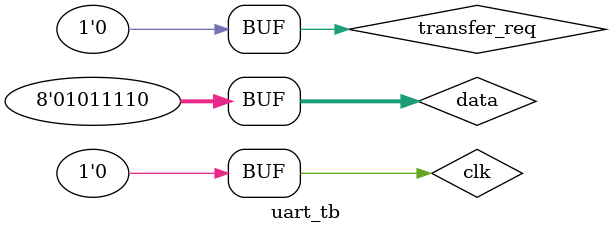
<source format=v>
/*
UART Byte Transfer ENgine

A UART byte transmission is done like so:

By default, the TX line is held high.
When transmitting, the line is held low
for one cycle (this is the start bit).

Then, each bit is transferred cycle-by-cycle
in a little endian format, from LSB to MSB 
with 0 being low and 1 being high.

Finally, the line is held high for 1 cycle
to indicate "stop". Another byte can be
transferred next cycle. 


Transferring a byte can be done by putting it
in data_in and then pulsing transfer_req when
transfer_ready is high.
At this point, the byte is committed to the
engine's buffer, so you can queue up another
byte in data_in as soon as needed though
precaution should be taken not to pulse
transfer_req until transfer_ready is high.
*/

`default_nettype none
`timescale 1ps/1ps

module uart_engine(
	input clk,
	input [7:0] data_in,
	input transfer_req,
	
	output reg uart_tx,
	output reg transfer_ready
);
	
	localparam STAGE_RESET = 2'b00;
	localparam STAGE_BIT_TRANSFER = 2'b01;
	localparam STAGE_STOP = 2'b10;
	
	reg [2:0] stage;
	reg [2:0] ctr;
	reg [7:0] data;
	
	always @(posedge clk) begin
		if(transfer_req) begin
			uart_tx <= 0; // start bit
			data <= data_in;
			
			transfer_ready <= 0;
			stage <= STAGE_BIT_TRANSFER;
			ctr <= 0;
		end

		case(stage)
			STAGE_BIT_TRANSFER: begin
				uart_tx <= data[ctr];
				ctr <= ctr + 3'd1;
				if(ctr == 7)
					stage <= STAGE_STOP;
			end
			
			STAGE_STOP: begin
				uart_tx <= 1;
				transfer_ready <= 1;
				stage <= STAGE_RESET;
			end
			default:;
		endcase
			
		
	end
	
	initial begin
		uart_tx <= 1;
		transfer_ready <= 1;
		stage <= STAGE_RESET;
	end
	
endmodule


module uart_tb;

	reg reset;
	reg clk;
	wire uart_tx;
	reg [7:0] data;
	wire transfer_ready;
	reg transfer_req;

	uart_engine engine(
		.reset(reset),
		.clk(clk),
		.data_in(data),
		.transfer_req(transfer_req),
	
		.uart_tx(uart_tx),
		.transfer_ready(transfer_ready)
	);

	always begin
		clk = 1'b1;
		#20;
		
		clk = 1'b0;
		#20;
	end
	
	initial begin
		#20;
		data = 8'b11011010;
		
		transfer_req = 1;
		#40;
		transfer_req = 0;
		#(40*10)
		
		data = 8'b01011110;
		
		transfer_req = 1;
		#40;
		transfer_req = 0;
	end

endmodule
</source>
